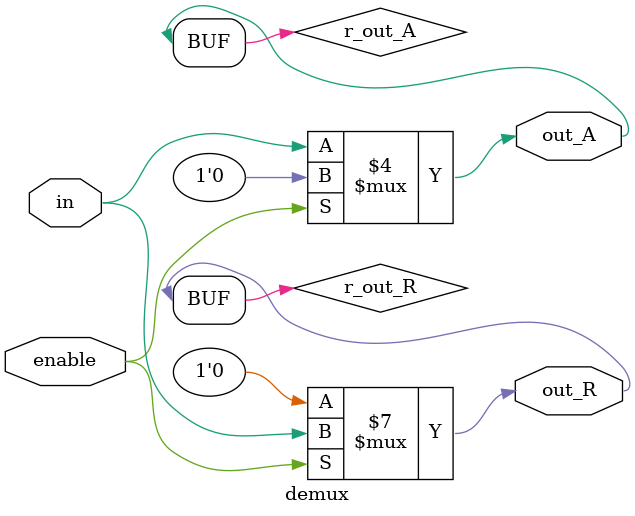
<source format=v>
module alarm_clock (output [4:0]BEEPING,          //5 leds used to beep 5 alarms
                    output [13:0]HH_clock,     //2 7-segment LEDs
						  output [13:0]MM_clock,     //2 7_segment LEDs
						  output [13:0]SS_clock,     //2 7-segment LEDs
						  
						  input reset,               //1 switch
						  input clk,
						  input [6:0]set_time,       // 7 swith use to set alarm's time
						  input [2:0]set_H_M_S,      // 3 button use to save alarm's time
						  input [4:0]five_alarm,     // use 5 switchs
						  input change_real_time,    // 1 swith to set real time
						  input see_alarm_time);     // see alarm time 
						  
    wire clk_1s; // 1s clock
    slowclock set_1s_clk(clk, reset, clk_1s);
 
    wire [7:0] A_hour[4:0];
    wire [7:0] A_min[4:0];
    wire [7:0] A_sec[4:0];
    wire [7:0] five_a;
 
    wire [7:0] hour;
    wire [7:0] min;
	 wire [7:0] sec;
	 
	 wire w_check;
	 wire [2:0]w_H_M_S;
	 check_time_in check(.check_out(w_check), .H_M_S(w_H_M_S),
	                     .time_in({1'b0, set_time}), .is_hour(set_H_M_S));
								
	 wire w_alarm_t;
	 wire w_real_t;
	 demux dmp(.out_A(w_alarm_t), .out_R(w_real_t),
	           .enable(change_real_time), .in(w_check));
	 save_input SI(.A_hour0(A_hour[0]), .A_hour1(A_hour[1]), .A_hour2(A_hour[2]), .A_hour3(A_hour[3]), .A_hour4(A_hour[4]), 
	               .A_min0(A_min[0]), .A_min1(A_min[1]), .A_min2(A_min[2]), .A_min3(A_min[3]), .A_min4(A_min[4]),
						.A_sec0(A_sec[0]), .A_sec1(A_sec[1]), .A_sec2(A_sec[2]), .A_sec3(A_sec[3]), .A_sec4(A_sec[4]), 
	               .set_H_M_S(w_H_M_S), .set_time({1'b0, set_time}), .five_alarm(five_alarm), .check_in(w_alarm_t),
						.reset(reset), .clock(clk)); 
 
    counter cout(.hour(hour), .min(min), .sec(sec), .clk(clk_1s), .reset(reset),
	              .set_time({1'b0, set_time}), .enable(w_H_M_S), .save(w_real_t));
	 
	 wire [4:0]auto_reset;    //stop beeping after 60s
	 wire [4:0]turn_on;       //beeping
	 //alarm 1
	 compare_with_alarm comparator_A1(.on(turn_on[0]),
	                                  .a_hour(A_hour[0]), .hour(hour), .a_min(A_min[0]), .min(min), .a_sec(A_sec[0]), .sec(sec),
											    .on_or_off(five_alarm[0]), .rst(reset), .auto_rst(auto_reset[0]));
	 beep bp_A1(.beeping(BEEPING[0]), .auto_reset(auto_reset[0]),
	            .clk(clk_1s), .on(turn_on[0]), .reset(reset));
	 //alarm 2		
	 compare_with_alarm comparator_A2(.on(turn_on[1]),
	                                  .a_hour(A_hour[1]), .hour(hour), .a_min(A_min[1]), .min(min), .a_sec(A_sec[1]), .sec(sec),
											    .on_or_off(five_alarm[1]), .rst(reset), .auto_rst(auto_reset[1]));
	 beep bp_A2(.beeping(BEEPING[1]), .auto_reset(auto_reset[1]),
	            .clk(clk_1s), .on(turn_on[1]), .reset(reset));
	 //alarm 3			
	 compare_with_alarm comparator_A3(.on(turn_on[2]),
	                                  .a_hour(A_hour[2]), .hour(hour), .a_min(A_min[2]), .min(min), .a_sec(A_sec[2]), .sec(sec),
											    .on_or_off(five_alarm[2]), .rst(reset), .auto_rst(auto_reset[2]));
	 beep bp_A3(.beeping(BEEPING[2]), .auto_reset(auto_reset[2]),
	            .clk(clk_1s), .on(turn_on[2]), .reset(reset));
	 // alarm 4
	 compare_with_alarm comparator_A4(.on(turn_on[3]),
	                                  .a_hour(A_hour[3]), .hour(hour), .a_min(A_min[3]), .min(min), .a_sec(A_sec[3]), .sec(sec),
											    .on_or_off(five_alarm[3]), .rst(reset), .auto_rst(auto_reset[3]));
	 beep bp_A4(.beeping(BEEPING[3]), .auto_reset(auto_reset[3]),
	            .clk(clk_1s), .on(turn_on[3]), .reset(reset));
	 // alarm 5
	 compare_with_alarm comparator_A5(.on(turn_on[4]),
	                                  .a_hour(A_hour[4]), .hour(hour), .a_min(A_min[4]), .min(min), .a_sec(A_sec[4]), .sec(sec),
											    .on_or_off(five_alarm[4]), .rst(reset), .auto_rst(auto_reset[4]));
	 beep bp_A5(.beeping(BEEPING[4]), .auto_reset(auto_reset[4]),
	            .clk(clk_1s), .on(turn_on[4]), .reset(reset));
	 
    //display hour
    wire [7:0]w_hour;
	 
    mux mux_H(.out(w_hour),
	            .A_time0(A_hour[0]), .A_time1(A_hour[1]), .A_time2(A_hour[2]), .A_time3(A_hour[3]), .A_time4(A_hour[4]), 
					.R_time(hour), .choose_A(five_alarm), .A_or_R(see_alarm_time));
	 BCD_decoder _H(.out_led(HH_clock[6:0]), .time_in(w_hour[3:0]), .reset(reset));
	 BCD_decoder H_(.out_led(HH_clock[13:7]), .time_in(w_hour[7:4]), .reset(reset));
	 
	 //display minute		
    wire [7:0]w_min;
	 
    mux mux_M(.out(w_min),
	            .A_time0(A_min[0]), .A_time1(A_min[1]), .A_time2(A_min[2]), .A_time3(A_min[3]), .A_time4(A_min[4]), 
					.R_time(min), .choose_A(five_alarm), .A_or_R(see_alarm_time));	 
	 BCD_decoder _M(.out_led(MM_clock[6:0]), .time_in(w_min[3:0]), .reset(reset));
	 BCD_decoder M_(.out_led(MM_clock[13:7]), .time_in(w_min[7:4]), .reset(reset));
	 
	 // display second
    wire [7:0]w_sec;
	 
    mux mux_S(.out(w_sec),
	            .A_time0(A_sec[0]), .A_time1(A_sec[1]), .A_time2(A_sec[2]), .A_time3(A_sec[3]), .A_time4(A_sec[4]), 
					.R_time(sec), .choose_A(five_alarm), .A_or_R(see_alarm_time));	 
	 BCD_decoder _S(.out_led(SS_clock[6:0]), .time_in(w_sec[3:0]), .reset(reset));
	 BCD_decoder S_(.out_led(SS_clock[13:7]), .time_in(w_sec[7:4]), .reset(reset)); 
endmodule 



module mux(output [7:0]out,

           input [7:0]A_time0,
			  input [7:0]A_time1,
			  input [7:0]A_time2,
			  input [7:0]A_time3,
			  input [7:0]A_time4,
			  input [7:0]R_time,
			  input [4:0]choose_A,
			  input A_or_R);
	 reg [7:0]r_out;
	 always @(A_or_R, choose_A, R_time, A_time0, A_time1, A_time2, A_time3, A_time4) begin
	     if(~A_or_R) begin
		      casex(choose_A)
				     5'bxxxx1: r_out = A_time0;
					  5'bxxx10: r_out = A_time1;
				     5'bxx100: r_out = A_time2;
					  5'bx1000: r_out = A_time3;
					  5'b10000: r_out = A_time4;
					  default:  r_out = R_time;
				endcase   
		  end
		  else
		      r_out = R_time;
	 end
    assign out = r_out;
endmodule 


module demux(output out_R,
             output out_A,
             input enable,
				 input in);
	 reg r_out_R;
	 reg r_out_A;
    always @(in, enable) begin
        if(enable == 1) begin
		      r_out_R <= in;
				r_out_A <= 0;
		  end
		  else begin
		      r_out_A <= in;
				r_out_R <= 0;
        end
    end	 
	 assign out_A = r_out_A;
	 assign out_R = r_out_R;
endmodule 

</source>
